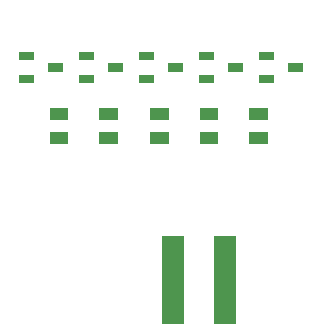
<source format=gbp>
G04 Layer: BottomPasteMaskLayer*
G04 EasyEDA v6.4.14, 2021-02-02T13:22:32--5:00*
G04 99f0f78b573744e3acd602d4f8b6235f,d79a69aa59da4e1fbb9b7d465b79b5da,10*
G04 Gerber Generator version 0.2*
G04 Scale: 100 percent, Rotated: No, Reflected: No *
G04 Dimensions in millimeters *
G04 leading zeros omitted , absolute positions ,4 integer and 5 decimal *
%FSLAX45Y45*%
%MOMM*%

%ADD15R,1.9000X7.5000*%

%LPD*%
D15*
G01*
X1924304Y399795D03*
G01*
X1489710Y399795D03*
G36*
X2462768Y2232101D02*
G01*
X2462768Y2162098D01*
X2587767Y2162098D01*
X2587767Y2232101D01*
G37*
G36*
X2212832Y2327097D02*
G01*
X2212832Y2257094D01*
X2337831Y2257094D01*
X2337831Y2327097D01*
G37*
G36*
X2212832Y2137105D02*
G01*
X2212832Y2067102D01*
X2337831Y2067102D01*
X2337831Y2137105D01*
G37*
G36*
X1954768Y2232101D02*
G01*
X1954768Y2162098D01*
X2079767Y2162098D01*
X2079767Y2232101D01*
G37*
G36*
X1704832Y2327097D02*
G01*
X1704832Y2257094D01*
X1829831Y2257094D01*
X1829831Y2327097D01*
G37*
G36*
X1704832Y2137105D02*
G01*
X1704832Y2067102D01*
X1829831Y2067102D01*
X1829831Y2137105D01*
G37*
G36*
X1446768Y2232101D02*
G01*
X1446768Y2162098D01*
X1571767Y2162098D01*
X1571767Y2232101D01*
G37*
G36*
X1196832Y2327097D02*
G01*
X1196832Y2257094D01*
X1321831Y2257094D01*
X1321831Y2327097D01*
G37*
G36*
X1196832Y2137105D02*
G01*
X1196832Y2067102D01*
X1321831Y2067102D01*
X1321831Y2137105D01*
G37*
G36*
X938768Y2232101D02*
G01*
X938768Y2162098D01*
X1063767Y2162098D01*
X1063767Y2232101D01*
G37*
G36*
X688832Y2327097D02*
G01*
X688832Y2257094D01*
X813831Y2257094D01*
X813831Y2327097D01*
G37*
G36*
X688832Y2137105D02*
G01*
X688832Y2067102D01*
X813831Y2067102D01*
X813831Y2137105D01*
G37*
G36*
X430768Y2232101D02*
G01*
X430768Y2162098D01*
X555767Y2162098D01*
X555767Y2232101D01*
G37*
G36*
X180832Y2327097D02*
G01*
X180832Y2257094D01*
X305831Y2257094D01*
X305831Y2327097D01*
G37*
G36*
X180832Y2137105D02*
G01*
X180832Y2067102D01*
X305831Y2067102D01*
X305831Y2137105D01*
G37*
G36*
X443199Y1651800D02*
G01*
X443199Y1551800D01*
X598200Y1551800D01*
X598200Y1651800D01*
G37*
G36*
X443199Y1851799D02*
G01*
X443199Y1751799D01*
X598200Y1751799D01*
X598200Y1851799D01*
G37*
G36*
X862299Y1651800D02*
G01*
X862299Y1551800D01*
X1017300Y1551800D01*
X1017300Y1651800D01*
G37*
G36*
X862299Y1851799D02*
G01*
X862299Y1751799D01*
X1017300Y1751799D01*
X1017300Y1851799D01*
G37*
G36*
X1294099Y1651800D02*
G01*
X1294099Y1551800D01*
X1449100Y1551800D01*
X1449100Y1651800D01*
G37*
G36*
X1294099Y1851799D02*
G01*
X1294099Y1751799D01*
X1449100Y1751799D01*
X1449100Y1851799D01*
G37*
G36*
X1713199Y1651800D02*
G01*
X1713199Y1551800D01*
X1868200Y1551800D01*
X1868200Y1651800D01*
G37*
G36*
X1713199Y1851799D02*
G01*
X1713199Y1751799D01*
X1868200Y1751799D01*
X1868200Y1851799D01*
G37*
G36*
X2132299Y1651800D02*
G01*
X2132299Y1551800D01*
X2287300Y1551800D01*
X2287300Y1651800D01*
G37*
G36*
X2132299Y1851799D02*
G01*
X2132299Y1751799D01*
X2287300Y1751799D01*
X2287300Y1851799D01*
G37*
M02*

</source>
